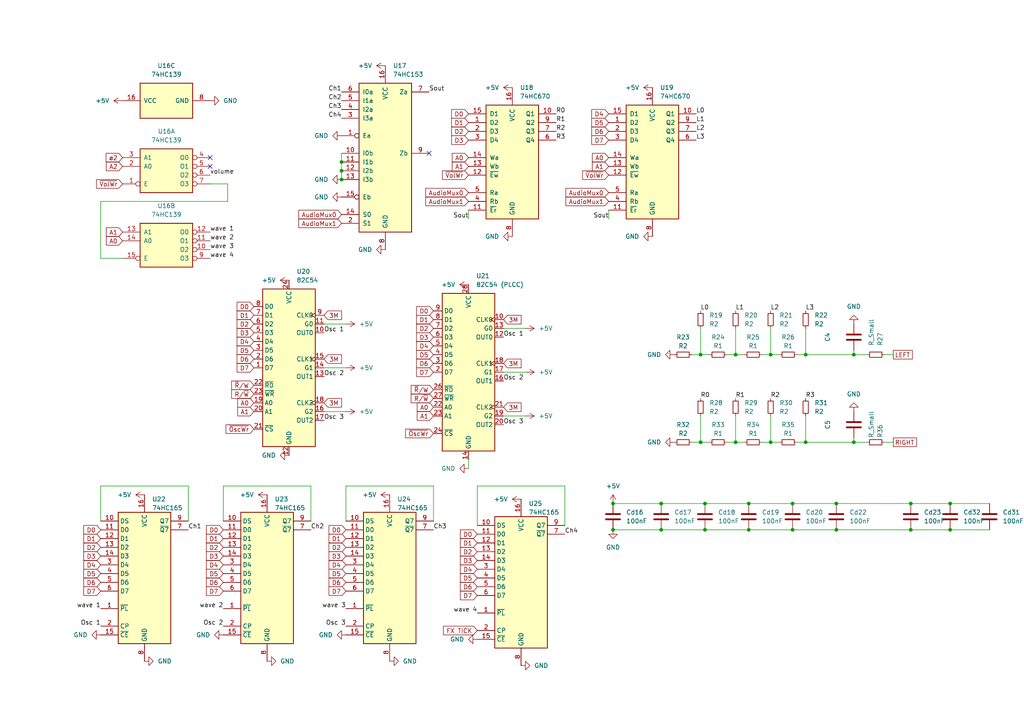
<source format=kicad_sch>
(kicad_sch (version 20230121) (generator eeschema)
  (paper "A4")
  (title_block (title "Audio"))
  (lib_symbols
    (symbol "74xx:74HC165"
      (property "Reference" "U" (at -7.62 19.05 0))
      (property "Value" "74HC165" (at -7.62 -21.59 0))
      (symbol "74HC165_1_0"
        (pin input line (at -12.7 -10.16 0) (length 5.08) (name "~{PL}") (number "1"))
        (pin input line (at -12.7 15.24 0) (length 5.08) (name "DS") (number "10"))
        (pin input line (at -12.7 12.7 0) (length 5.08) (name "D0") (number "11"))
        (pin input line (at -12.7 10.16 0) (length 5.08) (name "D1") (number "12"))
        (pin input line (at -12.7 7.62 0) (length 5.08) (name "D2") (number "13"))
        (pin input line (at -12.7 5.08 0) (length 5.08) (name "D3") (number "14"))
        (pin input line (at -12.7 -17.78 0) (length 5.08) (name "~{CE}") (number "15"))
        (pin power_in line (at 0 22.86 270) (length 5.08) (name "VCC") (number "16"))
        (pin input line (at -12.7 -15.24 0) (length 5.08) (name "CP") (number "2"))
        (pin input line (at -12.7 2.54 0) (length 5.08) (name "D4") (number "3"))
        (pin input line (at -12.7 0 0) (length 5.08) (name "D5") (number "4"))
        (pin input line (at -12.7 -2.54 0) (length 5.08) (name "D6") (number "5"))
        (pin input line (at -12.7 -5.08 0) (length 5.08) (name "D7") (number "6"))
        (pin output line (at 12.7 12.7 180) (length 5.08) (name "~{Q7}") (number "7"))
        (pin power_in line (at 0 -25.4 90) (length 5.08) (name "GND") (number "8"))
        (pin output line (at 12.7 15.24 180) (length 5.08) (name "Q7") (number "9"))
      )
      (symbol "74HC165_1_1"
        (rectangle (start -7.62 17.78) (end 7.62 -20.32) (stroke (width 0.254)) (fill (type background)))
      )
    )
    (symbol "74xx:74LS139" (pin_names (offset 1.016))
      (property "Reference" "U" (at -7.62 8.89 0))
      (property "Value" "74LS139" (at -7.62 -8.89 0))
      (symbol "74LS139_1_0"
        (pin input inverted (at -12.7 -5.08 0) (length 5.08) (name "E") (number "1"))
        (pin input line (at -12.7 0 0) (length 5.08) (name "A0") (number "2"))
        (pin input line (at -12.7 2.54 0) (length 5.08) (name "A1") (number "3"))
        (pin output inverted (at 12.7 2.54 180) (length 5.08) (name "O0") (number "4"))
        (pin output inverted (at 12.7 0 180) (length 5.08) (name "O1") (number "5"))
        (pin output inverted (at 12.7 -2.54 180) (length 5.08) (name "O2") (number "6"))
        (pin output inverted (at 12.7 -5.08 180) (length 5.08) (name "O3") (number "7"))
      )
      (symbol "74LS139_1_1"
        (rectangle (start -7.62 5.08) (end 7.62 -7.62) (stroke (width 0.254)) (fill (type background)))
      )
      (symbol "74LS139_2_0"
        (pin output inverted (at 12.7 -2.54 180) (length 5.08) (name "O2") (number "10"))
        (pin output inverted (at 12.7 0 180) (length 5.08) (name "O1") (number "11"))
        (pin output inverted (at 12.7 2.54 180) (length 5.08) (name "O0") (number "12"))
        (pin input line (at -12.7 2.54 0) (length 5.08) (name "A1") (number "13"))
        (pin input line (at -12.7 0 0) (length 5.08) (name "A0") (number "14"))
        (pin input inverted (at -12.7 -5.08 0) (length 5.08) (name "E") (number "15"))
        (pin output inverted (at 12.7 -5.08 180) (length 5.08) (name "O3") (number "9"))
      )
      (symbol "74LS139_2_1"
        (rectangle (start -7.62 5.08) (end 7.62 -7.62) (stroke (width 0.254)) (fill (type background)))
      )
      (symbol "74LS139_3_0"
        (pin power_in line (at 0 12.7 270) (length 5.08) (name "VCC") (number "16"))
        (pin power_in line (at 0 -12.7 90) (length 5.08) (name "GND") (number "8"))
      )
      (symbol "74LS139_3_1"
        (rectangle (start -5.08 7.62) (end 5.08 -7.62) (stroke (width 0.254)) (fill (type background)))
      )
    )
    (symbol "74xx:74LS153" (pin_names (offset 1.016))
      (property "Reference" "U" (at -7.62 21.59 0))
      (property "Value" "74LS153" (at -7.62 -24.13 0))
      (symbol "74LS153_1_0"
        (pin input inverted (at -12.7 5.08 0) (length 5.08) (name "Ea") (number "1"))
        (pin input line (at -12.7 0 0) (length 5.08) (name "I0b") (number "10"))
        (pin input line (at -12.7 -2.54 0) (length 5.08) (name "I1b") (number "11"))
        (pin input line (at -12.7 -5.08 0) (length 5.08) (name "I2b") (number "12"))
        (pin input line (at -12.7 -7.62 0) (length 5.08) (name "I3b") (number "13"))
        (pin input line (at -12.7 -17.78 0) (length 5.08) (name "S0") (number "14"))
        (pin input inverted (at -12.7 -12.7 0) (length 5.08) (name "Eb") (number "15"))
        (pin power_in line (at 0 25.4 270) (length 5.08) (name "VCC") (number "16"))
        (pin input line (at -12.7 -20.32 0) (length 5.08) (name "S1") (number "2"))
        (pin input line (at -12.7 10.16 0) (length 5.08) (name "I3a") (number "3"))
        (pin input line (at -12.7 12.7 0) (length 5.08) (name "I2a") (number "4"))
        (pin input line (at -12.7 15.24 0) (length 5.08) (name "I1a") (number "5"))
        (pin input line (at -12.7 17.78 0) (length 5.08) (name "I0a") (number "6"))
        (pin output line (at 12.7 17.78 180) (length 5.08) (name "Za") (number "7"))
        (pin power_in line (at 0 -27.94 90) (length 5.08) (name "GND") (number "8"))
        (pin output line (at 12.7 0 180) (length 5.08) (name "Zb") (number "9"))
      )
      (symbol "74LS153_1_1"
        (rectangle (start -7.62 20.32) (end 7.62 -22.86) (stroke (width 0.254)) (fill (type background)))
      )
    )
    (symbol "74xx:74LS670" (pin_names (offset 1.016))
      (property "Reference" "U" (at -7.62 16.51 0))
      (property "Value" "74LS670" (at -7.62 -19.05 0))
      (symbol "74LS670_1_0"
        (pin input line (at -12.7 10.16 0) (length 5.08) (name "D2") (number "1"))
        (pin tri_state line (at 12.7 12.7 180) (length 5.08) (name "Q1") (number "10"))
        (pin input line (at -12.7 -15.24 0) (length 5.08) (name "~{Er}") (number "11"))
        (pin input line (at -12.7 -5.08 0) (length 5.08) (name "~{Ew}") (number "12"))
        (pin input line (at -12.7 -2.54 0) (length 5.08) (name "Wb") (number "13"))
        (pin input line (at -12.7 0 0) (length 5.08) (name "Wa") (number "14"))
        (pin input line (at -12.7 12.7 0) (length 5.08) (name "D1") (number "15"))
        (pin power_in line (at 0 20.32 270) (length 5.08) (name "VCC") (number "16"))
        (pin input line (at -12.7 7.62 0) (length 5.08) (name "D3") (number "2"))
        (pin input line (at -12.7 5.08 0) (length 5.08) (name "D4") (number "3"))
        (pin input line (at -12.7 -12.7 0) (length 5.08) (name "Rb") (number "4"))
        (pin input line (at -12.7 -10.16 0) (length 5.08) (name "Ra") (number "5"))
        (pin tri_state line (at 12.7 5.08 180) (length 5.08) (name "Q4") (number "6"))
        (pin tri_state line (at 12.7 7.62 180) (length 5.08) (name "Q3") (number "7"))
        (pin power_in line (at 0 -22.86 90) (length 5.08) (name "GND") (number "8"))
        (pin tri_state line (at 12.7 10.16 180) (length 5.08) (name "Q2") (number "9"))
      )
      (symbol "74LS670_1_1"
        (rectangle (start -7.62 15.24) (end 7.62 -17.78) (stroke (width 0.254)) (fill (type background)))
      )
    )
    (symbol "Device:C" (pin_numbers hide) (pin_names (offset 0.254))
      (property "Reference" "C" (at 0.635 2.54 0))
      (property "Value" "C" (at 0.635 -2.54 0))
      (symbol "C_0_1"
        (polyline (pts (xy -2.032 -0.762) (xy 2.032 -0.762)) (stroke (width 0.508)))
        (polyline (pts (xy -2.032 0.762) (xy 2.032 0.762)) (stroke (width 0.508)))
      )
      (symbol "C_1_1"
        (pin passive line (at 0 3.81 270) (length 2.794) (name "~") (number "1"))
        (pin passive line (at 0 -3.81 90) (length 2.794) (name "~") (number "2"))
      )
    )
    (symbol "Device:R_Small" (pin_numbers hide) (pin_names (offset 0.254) hide)
      (property "Reference" "R" (at 0.762 0.508 0))
      (property "Value" "R_Small" (at 0.762 -1.016 0))
      (symbol "R_Small_0_1"
        (rectangle (start -0.762 1.778) (end 0.762 -1.778) (stroke (width 0.2032)))
      )
      (symbol "R_Small_1_1"
        (pin passive line (at 0 2.54 270) (length 0.762) (name "~") (number "1"))
        (pin passive line (at 0 -2.54 90) (length 0.762) (name "~") (number "2"))
      )
    )
    (symbol "Timer:82C54"
      (property "Reference" "U" (at -5.08 24.13 0))
      (property "Value" "82C54" (at 2.54 24.13 0))
      (symbol "82C54_0_1"
        (rectangle (start -7.62 -22.86) (end 7.62 22.86) (stroke (width 0.254)) (fill (type background)))
      )
      (symbol "82C54_1_1"
        (pin bidirectional line (at -10.16 0 0) (length 2.54) (name "D7") (number "1"))
        (pin output line (at 10.16 10.16 180) (length 2.54) (name "OUT0") (number "10"))
        (pin input line (at 10.16 12.7 180) (length 2.54) (name "G0") (number "11"))
        (pin power_in line (at 0 -25.4 90) (length 2.54) (name "GND") (number "12"))
        (pin output line (at 10.16 -2.54 180) (length 2.54) (name "OUT1") (number "13"))
        (pin input line (at 10.16 0 180) (length 2.54) (name "G1") (number "14"))
        (pin input clock (at 10.16 2.54 180) (length 2.54) (name "CLK1") (number "15"))
        (pin input line (at 10.16 -12.7 180) (length 2.54) (name "G2") (number "16"))
        (pin output line (at 10.16 -15.24 180) (length 2.54) (name "OUT2") (number "17"))
        (pin input clock (at 10.16 -10.16 180) (length 2.54) (name "CLK2") (number "18"))
        (pin input line (at -10.16 -10.16 0) (length 2.54) (name "A0") (number "19"))
        (pin bidirectional line (at -10.16 2.54 0) (length 2.54) (name "D6") (number "2"))
        (pin input line (at -10.16 -12.7 0) (length 2.54) (name "A1") (number "20"))
        (pin input line (at -10.16 -17.78 0) (length 2.54) (name "~{CS}") (number "21"))
        (pin input line (at -10.16 -5.08 0) (length 2.54) (name "~{RD}") (number "22"))
        (pin input line (at -10.16 -7.62 0) (length 2.54) (name "~{WR}") (number "23"))
        (pin power_in line (at 0 25.4 270) (length 2.54) (name "VCC") (number "24"))
        (pin bidirectional line (at -10.16 5.08 0) (length 2.54) (name "D5") (number "3"))
        (pin bidirectional line (at -10.16 7.62 0) (length 2.54) (name "D4") (number "4"))
        (pin bidirectional line (at -10.16 10.16 0) (length 2.54) (name "D3") (number "5"))
        (pin bidirectional line (at -10.16 12.7 0) (length 2.54) (name "D2") (number "6"))
        (pin bidirectional line (at -10.16 15.24 0) (length 2.54) (name "D1") (number "7"))
        (pin bidirectional line (at -10.16 17.78 0) (length 2.54) (name "D0") (number "8"))
        (pin input clock (at 10.16 15.24 180) (length 2.54) (name "CLK0") (number "9"))
      )
    )
    (symbol "Timer:82C54_PLCC"
      (property "Reference" "U" (at -3.81 24.13 0))
      (property "Value" "82C54_PLCC" (at 2.54 24.13 0))
      (symbol "82C54_PLCC_0_1"
        (rectangle (start -7.62 -22.86) (end 7.62 22.86) (stroke (width 0.254)) (fill (type background)))
      )
      (symbol "82C54_PLCC_1_1"
        (pin no_connect line (at -5.08 -22.86 90) (length 2.54) hide (name "NC") (number "1"))
        (pin input clock (at 10.16 15.24 180) (length 2.54) (name "CLK0") (number "10"))
        (pin no_connect line (at -2.54 -22.86 90) (length 2.54) hide (name "NC") (number "11"))
        (pin output line (at 10.16 10.16 180) (length 2.54) (name "OUT0") (number "12"))
        (pin input line (at 10.16 12.7 180) (length 2.54) (name "G0") (number "13"))
        (pin power_in line (at 0 -25.4 90) (length 2.54) (name "GND") (number "14"))
        (pin no_connect line (at 2.54 -22.86 90) (length 2.54) hide (name "NC") (number "15"))
        (pin output line (at 10.16 -2.54 180) (length 2.54) (name "OUT1") (number "16"))
        (pin input line (at 10.16 0 180) (length 2.54) (name "G1") (number "17"))
        (pin input clock (at 10.16 2.54 180) (length 2.54) (name "CLK1") (number "18"))
        (pin input line (at 10.16 -12.7 180) (length 2.54) (name "G2") (number "19"))
        (pin bidirectional line (at -10.16 0 0) (length 2.54) (name "D7") (number "2"))
        (pin output line (at 10.16 -15.24 180) (length 2.54) (name "OUT2") (number "20"))
        (pin input clock (at 10.16 -10.16 180) (length 2.54) (name "CLK2") (number "21"))
        (pin input line (at -10.16 -10.16 0) (length 2.54) (name "A0") (number "22"))
        (pin input line (at -10.16 -12.7 0) (length 2.54) (name "A1") (number "23"))
        (pin input line (at -10.16 -17.78 0) (length 2.54) (name "~{CS}") (number "24"))
        (pin no_connect line (at 5.08 -22.86 90) (length 2.54) hide (name "NC") (number "25"))
        (pin input line (at -10.16 -5.08 0) (length 2.54) (name "~{RD}") (number "26"))
        (pin input line (at -10.16 -7.62 0) (length 2.54) (name "~{WR}") (number "27"))
        (pin power_in line (at 0 25.4 270) (length 2.54) (name "VCC") (number "28"))
        (pin bidirectional line (at -10.16 2.54 0) (length 2.54) (name "D6") (number "3"))
        (pin bidirectional line (at -10.16 5.08 0) (length 2.54) (name "D5") (number "4"))
        (pin bidirectional line (at -10.16 7.62 0) (length 2.54) (name "D4") (number "5"))
        (pin bidirectional line (at -10.16 10.16 0) (length 2.54) (name "D3") (number "6"))
        (pin bidirectional line (at -10.16 12.7 0) (length 2.54) (name "D2") (number "7"))
        (pin bidirectional line (at -10.16 15.24 0) (length 2.54) (name "D1") (number "8"))
        (pin bidirectional line (at -10.16 17.78 0) (length 2.54) (name "D0") (number "9"))
      )
    )
    (symbol "power:+5V" (power) (pin_names (offset 0))
      (property "Value" "+5V" (at 0 3.556 0))
      (symbol "+5V_0_1"
        (polyline (pts (xy -0.762 1.27) (xy 0 2.54)))
        (polyline (pts (xy 0 0) (xy 0 2.54)))
        (polyline (pts (xy 0 2.54) (xy 0.762 1.27)))
      )
      (symbol "+5V_1_1"
        (pin power_in line (at 0 0 90) (length 0) hide (name "+5V") (number "1"))
      )
    )
    (symbol "power:GND" (power) (pin_names (offset 0))
      (property "Value" "GND" (at 0 -3.81 0))
      (symbol "GND_0_1"
        (polyline (pts (xy 0 0) (xy 0 -1.27) (xy 1.27 -1.27) (xy 0 -2.54) (xy -1.27 -1.27) (xy 0 -1.27)))
      )
      (symbol "GND_1_1"
        (pin power_in line (at 0 0 270) (length 0) hide (name "GND") (number "1"))
      )
    )
  )
  (junction (at 264.16 153.67))
  (junction (at 229.87 153.67))
  (junction (at 264.16 146.05))
  (junction (at 233.68 128.27))
  (junction (at 229.87 146.05))
  (junction (at 177.8 146.05))
  (junction (at 247.65 128.27))
  (junction (at 217.17 146.05))
  (junction (at 191.77 146.05))
  (junction (at 203.2 128.27))
  (junction (at 213.36 128.27))
  (junction (at 223.52 102.87))
  (junction (at 204.47 146.05))
  (junction (at 275.59 146.05))
  (junction (at 213.36 102.87))
  (junction (at 204.47 153.67))
  (junction (at 177.8 153.67))
  (junction (at 203.2 102.87))
  (junction (at 99.06 49.53))
  (junction (at 242.57 146.05))
  (junction (at 247.65 102.87))
  (junction (at 99.06 52.07))
  (junction (at 223.52 128.27))
  (junction (at 99.06 46.99))
  (junction (at 242.57 153.67))
  (junction (at 233.68 102.87))
  (junction (at 191.77 153.67))
  (junction (at 217.17 153.67))
  (junction (at 275.59 153.67))
  (no_connect (at 60.96 48.26))
  (no_connect (at 124.46 44.45))
  (no_connect (at 60.96 45.72))
  (wire (pts (xy 220.98 102.87) (xy 223.52 102.87)))
  (wire (pts (xy 152.4 95.25) (xy 146.05 95.25)))
  (wire (pts (xy 203.2 120.65) (xy 203.2 128.27)))
  (wire (pts (xy 177.8 146.05) (xy 191.77 146.05)))
  (wire (pts (xy 100.33 140.97) (xy 100.33 151.13)))
  (wire (pts (xy 233.68 102.87) (xy 247.65 102.87)))
  (wire (pts (xy 242.57 146.05) (xy 264.16 146.05)))
  (wire (pts (xy 200.66 102.87) (xy 203.2 102.87)))
  (wire (pts (xy 247.65 128.27) (xy 247.65 127)))
  (wire (pts (xy 210.82 102.87) (xy 213.36 102.87)))
  (wire (pts (xy 231.14 128.27) (xy 233.68 128.27)))
  (wire (pts (xy 191.77 153.67) (xy 204.47 153.67)))
  (wire (pts (xy 256.54 128.27) (xy 259.08 128.27)))
  (wire (pts (xy 264.16 153.67) (xy 275.59 153.67)))
  (wire (pts (xy 242.57 153.67) (xy 264.16 153.67)))
  (wire (pts (xy 251.46 128.27) (xy 247.65 128.27)))
  (wire (pts (xy 251.46 102.87) (xy 247.65 102.87)))
  (wire (pts (xy 100.33 93.98) (xy 93.98 93.98)))
  (wire (pts (xy 135.89 63.5) (xy 135.89 60.96)))
  (wire (pts (xy 29.21 140.97) (xy 29.21 151.13)))
  (wire (pts (xy 247.65 102.87) (xy 247.65 101.6)))
  (wire (pts (xy 213.36 128.27) (xy 215.9 128.27)))
  (wire (pts (xy 264.16 146.05) (xy 275.59 146.05)))
  (wire (pts (xy 191.77 146.05) (xy 204.47 146.05)))
  (wire (pts (xy 204.47 146.05) (xy 217.17 146.05)))
  (wire (pts (xy 177.8 153.67) (xy 191.77 153.67)))
  (wire (pts (xy 64.77 140.97) (xy 64.77 151.13)))
  (wire (pts (xy 204.47 153.67) (xy 217.17 153.67)))
  (wire (pts (xy 217.17 153.67) (xy 229.87 153.67)))
  (wire (pts (xy 90.17 151.13) (xy 90.17 140.97)))
  (wire (pts (xy 29.21 74.93) (xy 29.21 58.42)))
  (wire (pts (xy 210.82 128.27) (xy 213.36 128.27)))
  (wire (pts (xy 176.53 63.5) (xy 176.53 60.96)))
  (wire (pts (xy 66.04 53.34) (xy 60.96 53.34)))
  (wire (pts (xy 99.06 44.45) (xy 99.06 46.99)))
  (wire (pts (xy 233.68 128.27) (xy 247.65 128.27)))
  (wire (pts (xy 231.14 102.87) (xy 233.68 102.87)))
  (wire (pts (xy 223.52 95.25) (xy 223.52 102.87)))
  (wire (pts (xy 54.61 151.13) (xy 54.61 140.97)))
  (wire (pts (xy 135.89 135.89) (xy 135.89 133.35)))
  (wire (pts (xy 90.17 140.97) (xy 64.77 140.97)))
  (wire (pts (xy 203.2 102.87) (xy 205.74 102.87)))
  (wire (pts (xy 99.06 49.53) (xy 99.06 52.07)))
  (wire (pts (xy 229.87 153.67) (xy 242.57 153.67)))
  (wire (pts (xy 100.33 106.68) (xy 93.98 106.68)))
  (wire (pts (xy 66.04 58.42) (xy 66.04 53.34)))
  (wire (pts (xy 213.36 120.65) (xy 213.36 128.27)))
  (wire (pts (xy 203.2 95.25) (xy 203.2 102.87)))
  (wire (pts (xy 275.59 146.05) (xy 287.02 146.05)))
  (wire (pts (xy 220.98 128.27) (xy 223.52 128.27)))
  (wire (pts (xy 138.43 140.97) (xy 138.43 152.4)))
  (wire (pts (xy 223.52 102.87) (xy 226.06 102.87)))
  (wire (pts (xy 223.52 128.27) (xy 226.06 128.27)))
  (wire (pts (xy 203.2 128.27) (xy 205.74 128.27)))
  (wire (pts (xy 125.73 151.13) (xy 125.73 140.97)))
  (wire (pts (xy 256.54 102.87) (xy 259.08 102.87)))
  (wire (pts (xy 29.21 58.42) (xy 66.04 58.42)))
  (wire (pts (xy 229.87 146.05) (xy 242.57 146.05)))
  (wire (pts (xy 163.83 152.4) (xy 163.83 140.97)))
  (wire (pts (xy 213.36 102.87) (xy 215.9 102.87)))
  (wire (pts (xy 163.83 140.97) (xy 138.43 140.97)))
  (wire (pts (xy 233.68 120.65) (xy 233.68 128.27)))
  (wire (pts (xy 200.66 128.27) (xy 203.2 128.27)))
  (wire (pts (xy 100.33 119.38) (xy 93.98 119.38)))
  (wire (pts (xy 233.68 95.25) (xy 233.68 102.87)))
  (wire (pts (xy 213.36 95.25) (xy 213.36 102.87)))
  (wire (pts (xy 223.52 120.65) (xy 223.52 128.27)))
  (wire (pts (xy 275.59 153.67) (xy 287.02 153.67)))
  (wire (pts (xy 217.17 146.05) (xy 229.87 146.05)))
  (wire (pts (xy 152.4 120.65) (xy 146.05 120.65)))
  (wire (pts (xy 99.06 46.99) (xy 99.06 49.53)))
  (wire (pts (xy 54.61 140.97) (xy 29.21 140.97)))
  (wire (pts (xy 125.73 140.97) (xy 100.33 140.97)))
  (wire (pts (xy 152.4 107.95) (xy 146.05 107.95)))
  (wire (pts (xy 35.56 74.93) (xy 29.21 74.93)))
  (label "Osc 2" (at 93.98 109.22 0))
  (label "R2" (at 161.29 38.1 0))
  (label "Sout" (at 135.89 63.5 180))
  (label "Osc 3" (at 93.98 121.92 0))
  (label "L3" (at 233.68 90.17 0))
  (label "Osc 1" (at 29.21 181.61 180))
  (label "Ch1" (at 99.06 26.67 180))
  (label "Ch4" (at 163.83 154.94 0))
  (label "Sout" (at 176.53 63.5 180))
  (label "R3" (at 233.68 115.57 0))
  (label "Osc 2" (at 146.05 110.49 0))
  (label "wave 1" (at 60.96 67.31 0))
  (label "Sout" (at 124.46 26.67 0))
  (label "Osc 2" (at 64.77 181.61 180))
  (label "L3" (at 201.93 40.64 0))
  (label "wave 1" (at 29.21 176.53 180))
  (label "wave 3" (at 60.96 72.39 0))
  (label "wave 2" (at 60.96 69.85 0))
  (label "wave 3" (at 100.33 176.53 180))
  (label "R3" (at 161.29 40.64 0))
  (label "L2" (at 201.93 38.1 0))
  (label "wave 4" (at 60.96 74.93 0))
  (label "Osc 1" (at 93.98 96.52 0))
  (label "Ch2" (at 99.06 29.21 180))
  (label "Osc 1" (at 146.05 97.79 0))
  (label "volume" (at 60.96 50.8 0))
  (label "Ch2" (at 90.17 153.67 0))
  (label "L1" (at 213.36 90.17 0))
  (label "R1" (at 213.36 115.57 0))
  (label "R1" (at 161.29 35.56 0))
  (label "R0" (at 203.2 115.57 0))
  (label "R0" (at 161.29 33.02 0))
  (label "Ch4" (at 99.06 34.29 180))
  (label "wave 4" (at 138.43 177.8 180))
  (label "wave 2" (at 64.77 176.53 180))
  (label "Ch3" (at 125.73 153.67 0))
  (label "Ch3" (at 99.06 31.75 180))
  (label "Osc 3" (at 100.33 181.61 180))
  (label "Ch1" (at 54.61 153.67 0))
  (label "Osc 3" (at 146.05 123.19 0))
  (label "L2" (at 223.52 90.17 0))
  (label "L0" (at 201.93 33.02 0))
  (label "L1" (at 201.93 35.56 0))
  (label "L0" (at 203.2 90.17 0))
  (label "R2" (at 223.52 115.57 0))
  (global_label "D3" (shape input) (at 64.77 161.29 180) (property "Intersheetrefs" "${INTERSHEET_REFS}" (effects hide)))
  (global_label "D4" (shape input) (at 125.73 100.33 180) (property "Intersheetrefs" "${INTERSHEET_REFS}" (effects hide)))
  (global_label "R{slash}~{W}" (shape input) (at 73.66 114.3 180) (property "Intersheetrefs" "${INTERSHEET_REFS}" (effects hide)))
  (global_label "A0" (shape input) (at 125.73 118.11 180) (property "Intersheetrefs" "${INTERSHEET_REFS}" (effects hide)))
  (global_label "D7" (shape input) (at 29.21 171.45 180) (property "Intersheetrefs" "${INTERSHEET_REFS}" (effects hide)))
  (global_label "D6" (shape input) (at 125.73 105.41 180) (property "Intersheetrefs" "${INTERSHEET_REFS}" (effects hide)))
  (global_label "D4" (shape input) (at 138.43 165.1 180) (property "Intersheetrefs" "${INTERSHEET_REFS}" (effects hide)))
  (global_label "D3" (shape input) (at 125.73 97.79 180) (property "Intersheetrefs" "${INTERSHEET_REFS}" (effects hide)))
  (global_label "D4" (shape input) (at 29.21 163.83 180) (property "Intersheetrefs" "${INTERSHEET_REFS}" (effects hide)))
  (global_label "D0" (shape input) (at 135.89 33.02 180) (property "Intersheetrefs" "${INTERSHEET_REFS}" (effects hide)))
  (global_label "LEFT" (shape passive) (at 259.08 102.87 0) (property "Intersheetrefs" "${INTERSHEET_REFS}" (effects hide)))
  (global_label "A2" (shape input) (at 35.56 48.26 180) (property "Intersheetrefs" "${INTERSHEET_REFS}" (effects hide)))
  (global_label "D5" (shape input) (at 100.33 166.37 180) (property "Intersheetrefs" "${INTERSHEET_REFS}" (effects hide)))
  (global_label "D7" (shape input) (at 64.77 171.45 180) (property "Intersheetrefs" "${INTERSHEET_REFS}" (effects hide)))
  (global_label "AudioMux0" (shape input) (at 176.53 55.88 180) (property "Intersheetrefs" "${INTERSHEET_REFS}" (effects hide)))
  (global_label "D1" (shape input) (at 135.89 35.56 180) (property "Intersheetrefs" "${INTERSHEET_REFS}" (effects hide)))
  (global_label "D6" (shape input) (at 100.33 168.91 180) (property "Intersheetrefs" "${INTERSHEET_REFS}" (effects hide)))
  (global_label "D2" (shape input) (at 29.21 158.75 180) (property "Intersheetrefs" "${INTERSHEET_REFS}" (effects hide)))
  (global_label "A0" (shape input) (at 73.66 116.84 180) (property "Intersheetrefs" "${INTERSHEET_REFS}" (effects hide)))
  (global_label "D7" (shape input) (at 176.53 40.64 180) (property "Intersheetrefs" "${INTERSHEET_REFS}" (effects hide)))
  (global_label "D5" (shape input) (at 176.53 35.56 180) (property "Intersheetrefs" "${INTERSHEET_REFS}" (effects hide)))
  (global_label "D3" (shape input) (at 73.66 96.52 180) (property "Intersheetrefs" "${INTERSHEET_REFS}" (effects hide)))
  (global_label "A1" (shape input) (at 176.53 48.26 180) (property "Intersheetrefs" "${INTERSHEET_REFS}" (effects hide)))
  (global_label "D1" (shape input) (at 73.66 91.44 180) (property "Intersheetrefs" "${INTERSHEET_REFS}" (effects hide)))
  (global_label "D3" (shape input) (at 138.43 162.56 180) (property "Intersheetrefs" "${INTERSHEET_REFS}" (effects hide)))
  (global_label "AudioMux0" (shape input) (at 99.06 62.23 180) (property "Intersheetrefs" "${INTERSHEET_REFS}" (effects hide)))
  (global_label "A0" (shape input) (at 135.89 45.72 180) (property "Intersheetrefs" "${INTERSHEET_REFS}" (effects hide)))
  (global_label "~{OscWr}" (shape input) (at 73.66 124.46 180) (property "Intersheetrefs" "${INTERSHEET_REFS}" (effects hide)))
  (global_label "~{VolWr}" (shape input) (at 176.53 50.8 180) (property "Intersheetrefs" "${INTERSHEET_REFS}" (effects hide)))
  (global_label "D7" (shape input) (at 138.43 172.72 180) (property "Intersheetrefs" "${INTERSHEET_REFS}" (effects hide)))
  (global_label "D6" (shape input) (at 176.53 38.1 180) (property "Intersheetrefs" "${INTERSHEET_REFS}" (effects hide)))
  (global_label "AudioMux1" (shape input) (at 135.89 58.42 180) (property "Intersheetrefs" "${INTERSHEET_REFS}" (effects hide)))
  (global_label "D4" (shape input) (at 176.53 33.02 180) (property "Intersheetrefs" "${INTERSHEET_REFS}" (effects hide)))
  (global_label "D6" (shape input) (at 138.43 170.18 180) (property "Intersheetrefs" "${INTERSHEET_REFS}" (effects hide)))
  (global_label "3M" (shape input) (at 146.05 118.11 0) (property "Intersheetrefs" "${INTERSHEET_REFS}" (effects hide)))
  (global_label "D0" (shape input) (at 29.21 153.67 180) (property "Intersheetrefs" "${INTERSHEET_REFS}" (effects hide)))
  (global_label "D5" (shape input) (at 73.66 101.6 180) (property "Intersheetrefs" "${INTERSHEET_REFS}" (effects hide)))
  (global_label "A1" (shape input) (at 125.73 120.65 180) (property "Intersheetrefs" "${INTERSHEET_REFS}" (effects hide)))
  (global_label "3M" (shape input) (at 146.05 105.41 0) (property "Intersheetrefs" "${INTERSHEET_REFS}" (effects hide)))
  (global_label "D1" (shape input) (at 29.21 156.21 180) (property "Intersheetrefs" "${INTERSHEET_REFS}" (effects hide)))
  (global_label "D2" (shape input) (at 125.73 95.25 180) (property "Intersheetrefs" "${INTERSHEET_REFS}" (effects hide)))
  (global_label "A1" (shape input) (at 35.56 67.31 180) (property "Intersheetrefs" "${INTERSHEET_REFS}" (effects hide)))
  (global_label "D2" (shape input) (at 64.77 158.75 180) (property "Intersheetrefs" "${INTERSHEET_REFS}" (effects hide)))
  (global_label "~{VolWr}" (shape input) (at 35.56 53.34 180) (property "Intersheetrefs" "${INTERSHEET_REFS}" (effects hide)))
  (global_label "3M" (shape input) (at 93.98 104.14 0) (property "Intersheetrefs" "${INTERSHEET_REFS}" (effects hide)))
  (global_label "D1" (shape input) (at 125.73 92.71 180) (property "Intersheetrefs" "${INTERSHEET_REFS}" (effects hide)))
  (global_label "R{slash}~{W}" (shape input) (at 125.73 115.57 180) (property "Intersheetrefs" "${INTERSHEET_REFS}" (effects hide)))
  (global_label "D6" (shape input) (at 64.77 168.91 180) (property "Intersheetrefs" "${INTERSHEET_REFS}" (effects hide)))
  (global_label "D3" (shape input) (at 29.21 161.29 180) (property "Intersheetrefs" "${INTERSHEET_REFS}" (effects hide)))
  (global_label "RIGHT" (shape passive) (at 259.08 128.27 0) (property "Intersheetrefs" "${INTERSHEET_REFS}" (effects hide)))
  (global_label "D0" (shape input) (at 138.43 154.94 180) (property "Intersheetrefs" "${INTERSHEET_REFS}" (effects hide)))
  (global_label "AudioMux1" (shape input) (at 176.53 58.42 180) (property "Intersheetrefs" "${INTERSHEET_REFS}" (effects hide)))
  (global_label "D7" (shape input) (at 73.66 106.68 180) (property "Intersheetrefs" "${INTERSHEET_REFS}" (effects hide)))
  (global_label "D2" (shape input) (at 138.43 160.02 180) (property "Intersheetrefs" "${INTERSHEET_REFS}" (effects hide)))
  (global_label "D3" (shape input) (at 135.89 40.64 180) (property "Intersheetrefs" "${INTERSHEET_REFS}" (effects hide)))
  (global_label "D0" (shape input) (at 64.77 153.67 180) (property "Intersheetrefs" "${INTERSHEET_REFS}" (effects hide)))
  (global_label "D6" (shape input) (at 73.66 104.14 180) (property "Intersheetrefs" "${INTERSHEET_REFS}" (effects hide)))
  (global_label "3M" (shape input) (at 93.98 116.84 0) (property "Intersheetrefs" "${INTERSHEET_REFS}" (effects hide)))
  (global_label "D4" (shape input) (at 100.33 163.83 180) (property "Intersheetrefs" "${INTERSHEET_REFS}" (effects hide)))
  (global_label "A1" (shape input) (at 135.89 48.26 180) (property "Intersheetrefs" "${INTERSHEET_REFS}" (effects hide)))
  (global_label "~{R}{slash}W" (shape input) (at 73.66 111.76 180) (property "Intersheetrefs" "${INTERSHEET_REFS}" (effects hide)))
  (global_label "D0" (shape input) (at 125.73 90.17 180) (property "Intersheetrefs" "${INTERSHEET_REFS}" (effects hide)))
  (global_label "AudioMux0" (shape input) (at 135.89 55.88 180) (property "Intersheetrefs" "${INTERSHEET_REFS}" (effects hide)))
  (global_label "D2" (shape input) (at 135.89 38.1 180) (property "Intersheetrefs" "${INTERSHEET_REFS}" (effects hide)))
  (global_label "D6" (shape input) (at 29.21 168.91 180) (property "Intersheetrefs" "${INTERSHEET_REFS}" (effects hide)))
  (global_label "D1" (shape input) (at 100.33 156.21 180) (property "Intersheetrefs" "${INTERSHEET_REFS}" (effects hide)))
  (global_label "D5" (shape input) (at 125.73 102.87 180) (property "Intersheetrefs" "${INTERSHEET_REFS}" (effects hide)))
  (global_label "FX TICK" (shape input) (at 138.43 182.88 180) (property "Intersheetrefs" "${INTERSHEET_REFS}" (effects hide)))
  (global_label "D4" (shape input) (at 73.66 99.06 180) (property "Intersheetrefs" "${INTERSHEET_REFS}" (effects hide)))
  (global_label "3M" (shape input) (at 93.98 91.44 0) (property "Intersheetrefs" "${INTERSHEET_REFS}" (effects hide)))
  (global_label "D4" (shape input) (at 64.77 163.83 180) (property "Intersheetrefs" "${INTERSHEET_REFS}" (effects hide)))
  (global_label "~{OscWr}" (shape input) (at 125.73 125.73 180) (property "Intersheetrefs" "${INTERSHEET_REFS}" (effects hide)))
  (global_label "~{VolWr}" (shape input) (at 135.89 50.8 180) (property "Intersheetrefs" "${INTERSHEET_REFS}" (effects hide)))
  (global_label "D2" (shape input) (at 100.33 158.75 180) (property "Intersheetrefs" "${INTERSHEET_REFS}" (effects hide)))
  (global_label "D5" (shape input) (at 29.21 166.37 180) (property "Intersheetrefs" "${INTERSHEET_REFS}" (effects hide)))
  (global_label "A0" (shape input) (at 176.53 45.72 180) (property "Intersheetrefs" "${INTERSHEET_REFS}" (effects hide)))
  (global_label "D3" (shape input) (at 100.33 161.29 180) (property "Intersheetrefs" "${INTERSHEET_REFS}" (effects hide)))
  (global_label "D7" (shape input) (at 100.33 171.45 180) (property "Intersheetrefs" "${INTERSHEET_REFS}" (effects hide)))
  (global_label "D1" (shape input) (at 64.77 156.21 180) (property "Intersheetrefs" "${INTERSHEET_REFS}" (effects hide)))
  (global_label "D0" (shape input) (at 100.33 153.67 180) (property "Intersheetrefs" "${INTERSHEET_REFS}" (effects hide)))
  (global_label "~{R}{slash}W" (shape input) (at 125.73 113.03 180) (property "Intersheetrefs" "${INTERSHEET_REFS}" (effects hide)))
  (global_label "D5" (shape input) (at 138.43 167.64 180) (property "Intersheetrefs" "${INTERSHEET_REFS}" (effects hide)))
  (global_label "D0" (shape input) (at 73.66 88.9 180) (property "Intersheetrefs" "${INTERSHEET_REFS}" (effects hide)))
  (global_label "AudioMux1" (shape input) (at 99.06 64.77 180) (property "Intersheetrefs" "${INTERSHEET_REFS}" (effects hide)))
  (global_label "A1" (shape input) (at 73.66 119.38 180) (property "Intersheetrefs" "${INTERSHEET_REFS}" (effects hide)))
  (global_label "3M" (shape input) (at 146.05 92.71 0) (property "Intersheetrefs" "${INTERSHEET_REFS}" (effects hide)))
  (global_label "D1" (shape input) (at 138.43 157.48 180) (property "Intersheetrefs" "${INTERSHEET_REFS}" (effects hide)))
  (global_label "ø2" (shape input) (at 35.56 45.72 180) (property "Intersheetrefs" "${INTERSHEET_REFS}" (effects hide)))
  (global_label "A0" (shape input) (at 35.56 69.85 180) (property "Intersheetrefs" "${INTERSHEET_REFS}" (effects hide)))
  (global_label "D7" (shape input) (at 125.73 107.95 180) (property "Intersheetrefs" "${INTERSHEET_REFS}" (effects hide)))
  (global_label "D2" (shape input) (at 73.66 93.98 180) (property "Intersheetrefs" "${INTERSHEET_REFS}" (effects hide)))
  (global_label "D5" (shape input) (at 64.77 166.37 180) (property "Intersheetrefs" "${INTERSHEET_REFS}" (effects hide)))
  (symbol (lib_id "Device:R_Small") (at 254 128.27 270) (mirror x) (unit 1)
    (property "Reference" "R36" (at 255.27 127 0) (effects (justify left)))
    (property "Value" "R_Small" (at 252.73 127 0) (effects (justify left)))
    (property "Footprint" "PCM_Resistor_THT_US_AKL:R_Axial_DIN0204_L3.6mm_D1.6mm_P1.90mm_Vertical" (effects hide))
  )
  (symbol (lib_id "power:+5V") (at 35.56 29.21 90) (unit 1)
    (property "Reference" "#PWR076" (effects hide))
    (property "Value" "+5V" (at 31.75 29.21 90) (effects (justify left)))
  )
  (symbol (lib_id "74xx:74HC165") (at 41.91 166.37 0) (unit 1)
    (property "Reference" "U22" (at 44.1041 144.78 0) (effects (justify left)))
    (property "Value" "74HC165" (at 44.1041 147.32 0) (effects (justify left)))
    (property "Footprint" "PCM_Package_DIP_AKL:DIP-16_W7.62mm_Socket_LongPads" (effects hide))
    (property "Datasheet" "https://assets.nexperia.com/documents/data-sheet/74HC_HCT165.pdf" (effects hide))
  )
  (symbol (lib_id "power:+5V") (at 111.76 19.05 90) (unit 1)
    (property "Reference" "#PWR073" (effects hide))
    (property "Value" "+5V" (at 107.95 19.05 90) (effects (justify left)))
  )
  (symbol (lib_id "power:GND") (at 138.43 185.42 270) (unit 1)
    (property "Reference" "#PWR0107" (effects hide))
    (property "Value" "GND" (at 134.62 185.42 90) (effects (justify right)))
  )
  (symbol (lib_id "Device:R_Small") (at 198.12 102.87 90) (unit 1)
    (property "Reference" "R23" (at 198.12 97.79 90))
    (property "Value" "R2" (at 198.12 100.33 90))
    (property "Footprint" "Resistor_THT:R_Axial_DIN0204_L3.6mm_D1.6mm_P1.90mm_Vertical" (effects hide))
  )
  (symbol (lib_id "power:+5V") (at 41.91 143.51 90) (unit 1)
    (property "Reference" "#PWR098" (effects hide))
    (property "Value" "+5V" (at 38.1 143.51 90) (effects (justify left)))
  )
  (symbol (lib_id "Device:R_Small") (at 203.2 92.71 180) (unit 1)
    (property "Reference" "R19" (at 205.74 91.44 0) (effects (justify right)))
    (property "Value" "R2" (at 205.74 93.98 0) (effects (justify right)))
    (property "Footprint" "Resistor_THT:R_Axial_DIN0204_L3.6mm_D1.6mm_P1.90mm_Vertical" (effects hide))
  )
  (symbol (lib_id "power:GND") (at 113.03 191.77 90) (unit 1)
    (property "Reference" "#PWR0110" (effects hide))
    (property "Value" "GND" (at 116.84 191.77 90) (effects (justify right)))
  )
  (symbol (lib_id "power:GND") (at 99.06 52.07 270) (unit 1)
    (property "Reference" "#PWR079" (effects hide))
    (property "Value" "GND" (at 95.25 52.07 90) (effects (justify right)))
  )
  (symbol (lib_id "power:GND") (at 247.65 93.98 180) (unit 1)
    (property "Reference" "#PWR087" (effects hide))
    (property "Value" "GND" (at 247.65 88.9 0))
  )
  (symbol (lib_id "Timer:82C54_PLCC") (at 135.89 107.95 0) (unit 1)
    (property "Reference" "U21" (at 138.0841 80.01 0) (effects (justify left)))
    (property "Value" "82C54 (PLCC)" (at 138.0841 82.55 0) (effects (justify left)))
    (property "Footprint" "Package_LCC:PLCC-28_THT-Socket" (effects hide))
    (property "Datasheet" "http://download.intel.com/design/archives/periphrl/docs/23124406.pdf" (effects hide))
  )
  (symbol (lib_id "power:GND") (at 29.21 184.15 270) (unit 1)
    (property "Reference" "#PWR0104" (effects hide))
    (property "Value" "GND" (at 25.4 184.15 90) (effects (justify right)))
  )
  (symbol (lib_id "74xx:74LS153") (at 111.76 44.45 0) (unit 1)
    (property "Reference" "U17" (at 113.9541 19.05 0) (effects (justify left)))
    (property "Value" "74HC153" (at 113.9541 21.59 0) (effects (justify left)))
    (property "Footprint" "PCM_Package_DIP_AKL:DIP-16_W7.62mm_Socket_LongPads" (effects hide))
    (property "Datasheet" "http://www.ti.com/lit/gpn/sn74LS153" (effects hide))
  )
  (symbol (lib_id "power:GND") (at 41.91 191.77 90) (unit 1)
    (property "Reference" "#PWR0108" (effects hide))
    (property "Value" "GND" (at 45.72 191.77 90) (effects (justify right)))
  )
  (symbol (lib_id "Device:R_Small") (at 213.36 92.71 180) (unit 1)
    (property "Reference" "R20" (at 215.9 91.44 0) (effects (justify right)))
    (property "Value" "R2" (at 215.9 93.98 0) (effects (justify right)))
    (property "Footprint" "Resistor_THT:R_Axial_DIN0204_L3.6mm_D1.6mm_P1.90mm_Vertical" (effects hide))
  )
  (symbol (lib_id "power:GND") (at 100.33 184.15 270) (mirror x) (unit 1)
    (property "Reference" "#PWR0106" (effects hide))
    (property "Value" "GND" (at 96.52 184.15 90) (effects (justify right)))
  )
  (symbol (lib_id "power:+5V") (at 152.4 107.95 270) (unit 1)
    (property "Reference" "#PWR091" (effects hide))
    (property "Value" "+5V" (at 156.21 107.95 90) (effects (justify left)))
  )
  (symbol (lib_id "Device:C") (at 247.65 97.79 0) (unit 1)
    (property "Reference" "C4" (at 240.03 97.79 90))
    (property "Value" "100nF" (effects hide))
    (property "Footprint" "Capacitor_THT:C_Disc_D3.0mm_W2.0mm_P2.50mm" (effects hide))
  )
  (symbol (lib_id "power:GND") (at 148.59 68.58 270) (unit 1)
    (property "Reference" "#PWR081" (effects hide))
    (property "Value" "GND" (at 144.78 68.58 90) (effects (justify right)))
  )
  (symbol (lib_id "Device:C") (at 275.59 149.86 0) (unit 1)
    (property "Reference" "Cd32" (at 279.4 148.59 0) (effects (justify left)))
    (property "Value" "100nF" (at 279.4 151.13 0) (effects (justify left)))
    (property "Footprint" "Capacitor_THT:C_Disc_D3.0mm_W2.0mm_P2.50mm" (effects hide))
  )
  (symbol (lib_id "power:GND") (at 77.47 191.77 90) (unit 1)
    (property "Reference" "#PWR0109" (effects hide))
    (property "Value" "GND" (at 81.28 191.77 90) (effects (justify right)))
  )
  (symbol (lib_id "74xx:74LS670") (at 148.59 45.72 0) (unit 1)
    (property "Reference" "U18" (at 150.7841 25.4 0) (effects (justify left)))
    (property "Value" "74HC670" (at 150.7841 27.94 0) (effects (justify left)))
    (property "Footprint" "PCM_Package_DIP_AKL:DIP-16_W7.62mm_Socket_LongPads" (effects hide))
    (property "Datasheet" "http://www.ti.com/lit/gpn/sn74LS670" (effects hide))
  )
  (symbol (lib_id "74xx:74LS139") (at 48.26 29.21 90) (unit 3)
    (property "Reference" "U16" (at 48.26 19.05 90))
    (property "Value" "74HC139" (at 48.26 21.59 90))
    (property "Footprint" "PCM_Package_DIP_AKL:DIP-16_W7.62mm_Socket_LongPads" (effects hide))
    (property "Datasheet" "http://www.ti.com/lit/ds/symlink/sn74ls139a.pdf" (effects hide))
  )
  (symbol (lib_id "power:+5V") (at 152.4 120.65 270) (unit 1)
    (property "Reference" "#PWR094" (effects hide))
    (property "Value" "+5V" (at 156.21 120.65 90) (effects (justify left)))
  )
  (symbol (lib_id "Device:R_Small") (at 218.44 102.87 90) (unit 1)
    (property "Reference" "R25" (at 218.44 97.79 90))
    (property "Value" "R1" (at 218.44 100.33 90))
    (property "Footprint" "Resistor_THT:R_Axial_DIN0204_L3.6mm_D1.6mm_P1.90mm_Vertical" (effects hide))
  )
  (symbol (lib_id "power:GND") (at 135.89 135.89 270) (unit 1)
    (property "Reference" "#PWR097" (effects hide))
    (property "Value" "GND" (at 132.08 135.89 90) (effects (justify right)))
  )
  (symbol (lib_id "power:+5V") (at 189.23 25.4 90) (unit 1)
    (property "Reference" "#PWR075" (effects hide))
    (property "Value" "+5V" (at 185.42 25.4 90) (effects (justify left)))
  )
  (symbol (lib_id "Device:R_Small") (at 203.2 118.11 180) (unit 1)
    (property "Reference" "R28" (at 205.74 116.84 0) (effects (justify right)))
    (property "Value" "R2" (at 205.74 119.38 0) (effects (justify right)))
    (property "Footprint" "Resistor_THT:R_Axial_DIN0204_L3.6mm_D1.6mm_P1.90mm_Vertical" (effects hide))
  )
  (symbol (lib_id "power:GND") (at 83.82 132.08 270) (unit 1)
    (property "Reference" "#PWR096" (effects hide))
    (property "Value" "GND" (at 80.01 132.08 90) (effects (justify right)))
  )
  (symbol (lib_id "74xx:74LS670") (at 189.23 45.72 0) (unit 1)
    (property "Reference" "U19" (at 191.4241 25.4 0) (effects (justify left)))
    (property "Value" "74HC670" (at 191.4241 27.94 0) (effects (justify left)))
    (property "Footprint" "PCM_Package_DIP_AKL:DIP-16_W7.62mm_Socket_LongPads" (effects hide))
    (property "Datasheet" "http://www.ti.com/lit/gpn/sn74LS670" (effects hide))
  )
  (symbol (lib_id "Device:C") (at 242.57 149.86 0) (unit 1)
    (property "Reference" "Cd22" (at 246.38 148.59 0) (effects (justify left)))
    (property "Value" "100nF" (at 246.38 151.13 0) (effects (justify left)))
    (property "Footprint" "Capacitor_THT:C_Disc_D3.0mm_W2.0mm_P2.50mm" (effects hide))
  )
  (symbol (lib_id "Device:R_Small") (at 223.52 118.11 180) (unit 1)
    (property "Reference" "R30" (at 226.06 116.84 0) (effects (justify right)))
    (property "Value" "R2" (at 226.06 119.38 0) (effects (justify right)))
    (property "Footprint" "Resistor_THT:R_Axial_DIN0204_L3.6mm_D1.6mm_P1.90mm_Vertical" (effects hide))
  )
  (symbol (lib_id "Device:R_Small") (at 218.44 128.27 90) (unit 1)
    (property "Reference" "R34" (at 218.44 123.19 90))
    (property "Value" "R1" (at 218.44 125.73 90))
    (property "Footprint" "Resistor_THT:R_Axial_DIN0204_L3.6mm_D1.6mm_P1.90mm_Vertical" (effects hide))
  )
  (symbol (lib_id "Device:C") (at 177.8 149.86 0) (unit 1)
    (property "Reference" "Cd16" (at 181.61 148.59 0) (effects (justify left)))
    (property "Value" "100nF" (at 181.61 151.13 0) (effects (justify left)))
    (property "Footprint" "Capacitor_THT:C_Disc_D3.0mm_W2.0mm_P2.50mm" (effects hide))
  )
  (symbol (lib_id "power:+5V") (at 83.82 81.28 90) (unit 1)
    (property "Reference" "#PWR084" (effects hide))
    (property "Value" "+5V" (at 80.01 81.28 90) (effects (justify left)))
  )
  (symbol (lib_id "Device:R_Small") (at 223.52 92.71 180) (unit 1)
    (property "Reference" "R21" (at 226.06 91.44 0) (effects (justify right)))
    (property "Value" "R2" (at 226.06 93.98 0) (effects (justify right)))
    (property "Footprint" "Resistor_THT:R_Axial_DIN0204_L3.6mm_D1.6mm_P1.90mm_Vertical" (effects hide))
  )
  (symbol (lib_id "Device:R_Small") (at 233.68 118.11 180) (unit 1)
    (property "Reference" "R31" (at 236.22 116.84 0) (effects (justify right)))
    (property "Value" "R2" (at 236.22 119.38 0) (effects (justify right)))
    (property "Footprint" "Resistor_THT:R_Axial_DIN0204_L3.6mm_D1.6mm_P1.90mm_Vertical" (effects hide))
  )
  (symbol (lib_id "Device:C") (at 191.77 149.86 0) (unit 1)
    (property "Reference" "Cd17" (at 195.58 148.59 0) (effects (justify left)))
    (property "Value" "100nF" (at 195.58 151.13 0) (effects (justify left)))
    (property "Footprint" "Capacitor_THT:C_Disc_D3.0mm_W2.0mm_P2.50mm" (effects hide))
  )
  (symbol (lib_id "Device:R_Small") (at 208.28 102.87 90) (unit 1)
    (property "Reference" "R24" (at 208.28 97.79 90))
    (property "Value" "R1" (at 208.28 100.33 90))
    (property "Footprint" "Resistor_THT:R_Axial_DIN0204_L3.6mm_D1.6mm_P1.90mm_Vertical" (effects hide))
  )
  (symbol (lib_id "74xx:74HC165") (at 151.13 167.64 0) (unit 1)
    (property "Reference" "U25" (at 153.3241 146.05 0) (effects (justify left)))
    (property "Value" "74HC165" (at 153.3241 148.59 0) (effects (justify left)))
    (property "Footprint" "PCM_Package_DIP_AKL:DIP-16_W7.62mm_Socket_LongPads" (effects hide))
    (property "Datasheet" "https://assets.nexperia.com/documents/data-sheet/74HC_HCT165.pdf" (effects hide))
  )
  (symbol (lib_id "Device:R_Small") (at 228.6 102.87 90) (unit 1)
    (property "Reference" "R26" (at 228.6 97.79 90))
    (property "Value" "R1" (at 228.6 100.33 90))
    (property "Footprint" "Resistor_THT:R_Axial_DIN0204_L3.6mm_D1.6mm_P1.90mm_Vertical" (effects hide))
  )
  (symbol (lib_id "power:+5V") (at 100.33 93.98 270) (unit 1)
    (property "Reference" "#PWR086" (effects hide))
    (property "Value" "+5V" (at 104.14 93.98 90) (effects (justify left)))
  )
  (symbol (lib_id "power:GND") (at 60.96 29.21 90) (unit 1)
    (property "Reference" "#PWR077" (effects hide))
    (property "Value" "GND" (at 64.77 29.21 90) (effects (justify right)))
  )
  (symbol (lib_id "power:+5V") (at 113.03 143.51 90) (unit 1)
    (property "Reference" "#PWR0100" (effects hide))
    (property "Value" "+5V" (at 109.22 143.51 90) (effects (justify left)))
  )
  (symbol (lib_id "power:GND") (at 177.8 153.67 0) (unit 1)
    (property "Reference" "#PWR0103" (effects hide))
    (property "Value" "GND" (at 177.8 158.75 0))
  )
  (symbol (lib_id "Device:R_Small") (at 228.6 128.27 90) (unit 1)
    (property "Reference" "R35" (at 228.6 123.19 90))
    (property "Value" "R1" (at 228.6 125.73 90))
    (property "Footprint" "Resistor_THT:R_Axial_DIN0204_L3.6mm_D1.6mm_P1.90mm_Vertical" (effects hide))
  )
  (symbol (lib_id "power:+5V") (at 177.8 146.05 0) (unit 1)
    (property "Reference" "#PWR0102" (effects hide))
    (property "Value" "+5V" (at 177.8 140.97 0))
  )
  (symbol (lib_id "Device:R_Small") (at 208.28 128.27 90) (unit 1)
    (property "Reference" "R33" (at 208.28 123.19 90))
    (property "Value" "R1" (at 208.28 125.73 90))
    (property "Footprint" "Resistor_THT:R_Axial_DIN0204_L3.6mm_D1.6mm_P1.90mm_Vertical" (effects hide))
  )
  (symbol (lib_id "Timer:82C54") (at 83.82 106.68 0) (unit 1)
    (property "Reference" "U20" (at 86.0141 78.74 0) (effects (justify left)))
    (property "Value" "82C54" (at 86.0141 81.28 0) (effects (justify left)))
    (property "Footprint" "Package_DIP:DIP-24_W15.24mm_Socket" (effects hide))
    (property "Datasheet" "http://download.intel.com/design/archives/periphrl/docs/23124406.pdf" (effects hide))
  )
  (symbol (lib_id "Device:R_Small") (at 233.68 92.71 180) (unit 1)
    (property "Reference" "R22" (at 236.22 91.44 0) (effects (justify right)))
    (property "Value" "R2" (at 236.22 93.98 0) (effects (justify right)))
    (property "Footprint" "Resistor_THT:R_Axial_DIN0204_L3.6mm_D1.6mm_P1.90mm_Vertical" (effects hide))
  )
  (symbol (lib_id "power:GND") (at 64.77 184.15 270) (mirror x) (unit 1)
    (property "Reference" "#PWR0105" (effects hide))
    (property "Value" "GND" (at 60.96 184.15 90) (effects (justify right)))
  )
  (symbol (lib_id "Device:R_Small") (at 254 102.87 270) (mirror x) (unit 1)
    (property "Reference" "R27" (at 255.27 100.33 0) (effects (justify left)))
    (property "Value" "R_Small" (at 252.73 100.33 0) (effects (justify left)))
    (property "Footprint" "PCM_Resistor_THT_US_AKL:R_Axial_DIN0204_L3.6mm_D1.6mm_P1.90mm_Vertical" (effects hide))
  )
  (symbol (lib_id "power:GND") (at 195.58 102.87 270) (unit 1)
    (property "Reference" "#PWR089" (effects hide))
    (property "Value" "GND" (at 191.77 102.87 90) (effects (justify right)))
  )
  (symbol (lib_id "Device:C") (at 204.47 149.86 0) (unit 1)
    (property "Reference" "Cd18" (at 208.28 148.59 0) (effects (justify left)))
    (property "Value" "100nF" (at 208.28 151.13 0) (effects (justify left)))
    (property "Footprint" "Capacitor_THT:C_Disc_D3.0mm_W2.0mm_P2.50mm" (effects hide))
  )
  (symbol (lib_id "power:GND") (at 111.76 72.39 270) (unit 1)
    (property "Reference" "#PWR083" (effects hide))
    (property "Value" "GND" (at 107.95 72.39 90) (effects (justify right)))
  )
  (symbol (lib_id "power:+5V") (at 135.89 82.55 90) (unit 1)
    (property "Reference" "#PWR085" (effects hide))
    (property "Value" "+5V" (at 132.08 82.55 90) (effects (justify left)))
  )
  (symbol (lib_id "Device:C") (at 229.87 149.86 0) (unit 1)
    (property "Reference" "Cd20" (at 233.68 148.59 0) (effects (justify left)))
    (property "Value" "100nF" (at 233.68 151.13 0) (effects (justify left)))
    (property "Footprint" "Capacitor_THT:C_Disc_D3.0mm_W2.0mm_P2.50mm" (effects hide))
  )
  (symbol (lib_id "Device:C") (at 217.17 149.86 0) (unit 1)
    (property "Reference" "Cd19" (at 220.98 148.59 0) (effects (justify left)))
    (property "Value" "100nF" (at 220.98 151.13 0) (effects (justify left)))
    (property "Footprint" "Capacitor_THT:C_Disc_D3.0mm_W2.0mm_P2.50mm" (effects hide))
  )
  (symbol (lib_id "power:+5V") (at 100.33 119.38 270) (unit 1)
    (property "Reference" "#PWR092" (effects hide))
    (property "Value" "+5V" (at 104.14 119.38 90) (effects (justify left)))
  )
  (symbol (lib_id "power:+5V") (at 100.33 106.68 270) (unit 1)
    (property "Reference" "#PWR090" (effects hide))
    (property "Value" "+5V" (at 104.14 106.68 90) (effects (justify left)))
  )
  (symbol (lib_id "Device:C") (at 247.65 123.19 0) (unit 1)
    (property "Reference" "C5" (at 240.03 123.19 90))
    (property "Value" "100nF" (effects hide))
    (property "Footprint" "Capacitor_THT:C_Disc_D3.0mm_W2.0mm_P2.50mm" (effects hide))
  )
  (symbol (lib_id "power:+5V") (at 152.4 95.25 270) (unit 1)
    (property "Reference" "#PWR088" (effects hide))
    (property "Value" "+5V" (at 156.21 95.25 90) (effects (justify left)))
  )
  (symbol (lib_id "Device:C") (at 264.16 149.86 0) (unit 1)
    (property "Reference" "Cd23" (at 267.97 148.59 0) (effects (justify left)))
    (property "Value" "100nF" (at 267.97 151.13 0) (effects (justify left)))
    (property "Footprint" "Capacitor_THT:C_Disc_D3.0mm_W2.0mm_P2.50mm" (effects hide))
  )
  (symbol (lib_id "power:GND") (at 189.23 68.58 270) (unit 1)
    (property "Reference" "#PWR082" (effects hide))
    (property "Value" "GND" (at 185.42 68.58 90) (effects (justify right)))
  )
  (symbol (lib_id "Device:C") (at 287.02 149.86 0) (unit 1)
    (property "Reference" "Cd31" (at 290.83 148.59 0) (effects (justify left)))
    (property "Value" "100nF" (at 290.83 151.13 0) (effects (justify left)))
    (property "Footprint" "Capacitor_THT:C_Disc_D3.0mm_W2.0mm_P2.50mm" (effects hide))
  )
  (symbol (lib_id "power:+5V") (at 148.59 25.4 90) (unit 1)
    (property "Reference" "#PWR074" (effects hide))
    (property "Value" "+5V" (at 144.78 25.4 90) (effects (justify left)))
  )
  (symbol (lib_id "74xx:74HC165") (at 113.03 166.37 0) (unit 1)
    (property "Reference" "U24" (at 115.2241 144.78 0) (effects (justify left)))
    (property "Value" "74HC165" (at 115.2241 147.32 0) (effects (justify left)))
    (property "Footprint" "PCM_Package_DIP_AKL:DIP-16_W7.62mm_Socket_LongPads" (effects hide))
    (property "Datasheet" "https://assets.nexperia.com/documents/data-sheet/74HC_HCT165.pdf" (effects hide))
  )
  (symbol (lib_id "power:GND") (at 151.13 193.04 90) (unit 1)
    (property "Reference" "#PWR0111" (effects hide))
    (property "Value" "GND" (at 154.94 193.04 90) (effects (justify right)))
  )
  (symbol (lib_id "power:GND") (at 99.06 57.15 270) (unit 1)
    (property "Reference" "#PWR080" (effects hide))
    (property "Value" "GND" (at 95.25 57.15 90) (effects (justify right)))
  )
  (symbol (lib_id "power:GND") (at 195.58 128.27 270) (unit 1)
    (property "Reference" "#PWR095" (effects hide))
    (property "Value" "GND" (at 191.77 128.27 90) (effects (justify right)))
  )
  (symbol (lib_id "power:GND") (at 99.06 39.37 270) (unit 1)
    (property "Reference" "#PWR078" (effects hide))
    (property "Value" "GND" (at 95.25 39.37 90) (effects (justify right)))
  )
  (symbol (lib_id "power:+5V") (at 151.13 144.78 90) (unit 1)
    (property "Reference" "#PWR0101" (effects hide))
    (property "Value" "+5V" (at 147.32 144.78 90) (effects (justify left)))
  )
  (symbol (lib_id "power:+5V") (at 77.47 143.51 90) (unit 1)
    (property "Reference" "#PWR099" (effects hide))
    (property "Value" "+5V" (at 73.66 143.51 90) (effects (justify left)))
  )
  (symbol (lib_id "Device:R_Small") (at 213.36 118.11 180) (unit 1)
    (property "Reference" "R29" (at 215.9 116.84 0) (effects (justify right)))
    (property "Value" "R2" (at 215.9 119.38 0) (effects (justify right)))
    (property "Footprint" "Resistor_THT:R_Axial_DIN0204_L3.6mm_D1.6mm_P1.90mm_Vertical" (effects hide))
  )
  (symbol (lib_id "74xx:74LS139") (at 48.26 69.85 0) (unit 2)
    (property "Reference" "U16" (at 48.26 59.69 0))
    (property "Value" "74HC139" (at 48.26 62.23 0))
    (property "Footprint" "PCM_Package_DIP_AKL:DIP-16_W7.62mm_Socket_LongPads" (effects hide))
    (property "Datasheet" "http://www.ti.com/lit/ds/symlink/sn74ls139a.pdf" (effects hide))
  )
  (symbol (lib_id "power:GND") (at 247.65 119.38 180) (unit 1)
    (property "Reference" "#PWR093" (effects hide))
    (property "Value" "GND" (at 247.65 114.3 0))
  )
  (symbol (lib_id "Device:R_Small") (at 198.12 128.27 90) (unit 1)
    (property "Reference" "R32" (at 198.12 123.19 90))
    (property "Value" "R2" (at 198.12 125.73 90))
    (property "Footprint" "Resistor_THT:R_Axial_DIN0204_L3.6mm_D1.6mm_P1.90mm_Vertical" (effects hide))
  )
  (symbol (lib_id "74xx:74HC165") (at 77.47 166.37 0) (unit 1)
    (property "Reference" "U23" (at 79.6641 144.78 0) (effects (justify left)))
    (property "Value" "74HC165" (at 79.6641 147.32 0) (effects (justify left)))
    (property "Footprint" "PCM_Package_DIP_AKL:DIP-16_W7.62mm_Socket_LongPads" (effects hide))
    (property "Datasheet" "https://assets.nexperia.com/documents/data-sheet/74HC_HCT165.pdf" (effects hide))
  )
  (symbol (lib_id "74xx:74LS139") (at 48.26 48.26 0) (unit 1)
    (property "Reference" "U16" (at 48.26 38.1 0))
    (property "Value" "74HC139" (at 48.26 40.64 0))
    (property "Footprint" "PCM_Package_DIP_AKL:DIP-16_W7.62mm_Socket_LongPads" (effects hide))
    (property "Datasheet" "http://www.ti.com/lit/ds/symlink/sn74ls139a.pdf" (effects hide))
  )
)
</source>
